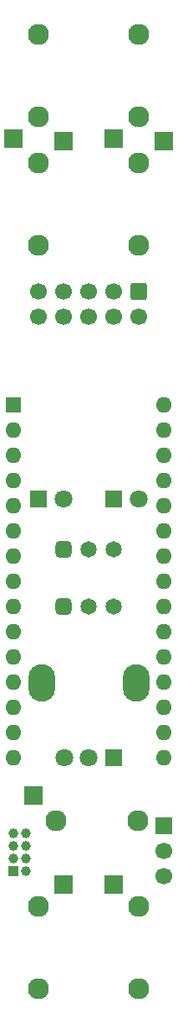
<source format=gbs>
G04 #@! TF.GenerationSoftware,KiCad,Pcbnew,9.0.7*
G04 #@! TF.CreationDate,2026-01-04T21:44:44+01:00*
G04 #@! TF.ProjectId,board_B,626f6172-645f-4422-9e6b-696361645f70,rev?*
G04 #@! TF.SameCoordinates,Original*
G04 #@! TF.FileFunction,Soldermask,Bot*
G04 #@! TF.FilePolarity,Negative*
%FSLAX46Y46*%
G04 Gerber Fmt 4.6, Leading zero omitted, Abs format (unit mm)*
G04 Created by KiCad (PCBNEW 9.0.7) date 2026-01-04 21:44:44*
%MOMM*%
%LPD*%
G01*
G04 APERTURE LIST*
G04 Aperture macros list*
%AMRoundRect*
0 Rectangle with rounded corners*
0 $1 Rounding radius*
0 $2 $3 $4 $5 $6 $7 $8 $9 X,Y pos of 4 corners*
0 Add a 4 corners polygon primitive as box body*
4,1,4,$2,$3,$4,$5,$6,$7,$8,$9,$2,$3,0*
0 Add four circle primitives for the rounded corners*
1,1,$1+$1,$2,$3*
1,1,$1+$1,$4,$5*
1,1,$1+$1,$6,$7*
1,1,$1+$1,$8,$9*
0 Add four rect primitives between the rounded corners*
20,1,$1+$1,$2,$3,$4,$5,0*
20,1,$1+$1,$4,$5,$6,$7,0*
20,1,$1+$1,$6,$7,$8,$9,0*
20,1,$1+$1,$8,$9,$2,$3,0*%
G04 Aperture macros list end*
%ADD10R,1.000000X1.000000*%
%ADD11C,1.000000*%
%ADD12RoundRect,0.250000X-0.600000X0.600000X-0.600000X-0.600000X0.600000X-0.600000X0.600000X0.600000X0*%
%ADD13C,1.700000*%
%ADD14R,1.700000X1.700000*%
%ADD15R,1.600000X1.600000*%
%ADD16O,1.600000X1.600000*%
%ADD17O,2.720000X3.786000*%
%ADD18R,1.800000X1.800000*%
%ADD19C,1.800000*%
%ADD20R,1.930000X1.830000*%
%ADD21C,2.130000*%
%ADD22RoundRect,0.412500X-0.412500X-0.412500X0.412500X-0.412500X0.412500X0.412500X-0.412500X0.412500X0*%
%ADD23C,1.650000*%
%ADD24R,1.830000X1.930000*%
G04 APERTURE END LIST*
D10*
G04 #@! TO.C,J9*
X142380000Y-136195000D03*
D11*
X143650000Y-136195000D03*
X142380000Y-134925000D03*
X143650000Y-134925000D03*
X142380000Y-133655000D03*
X143650000Y-133655000D03*
X142380000Y-132385000D03*
X143650000Y-132385000D03*
G04 #@! TD*
D12*
G04 #@! TO.C,J2*
X155080000Y-77775000D03*
D13*
X155080000Y-80315000D03*
X152540000Y-77775000D03*
X152540000Y-80315000D03*
X150000000Y-77775000D03*
X150000000Y-80315000D03*
X147460000Y-77775000D03*
X147460000Y-80315000D03*
X144920000Y-77775000D03*
X144920000Y-80315000D03*
G04 #@! TD*
D14*
G04 #@! TO.C,JP1*
X157620000Y-131623000D03*
D13*
X157620000Y-134163000D03*
X157620000Y-136703000D03*
G04 #@! TD*
D15*
G04 #@! TO.C,A1*
X142380000Y-89205000D03*
D16*
X142380000Y-91745000D03*
X142380000Y-94285000D03*
X142380000Y-96825000D03*
X142380000Y-99365000D03*
X142380000Y-101905000D03*
X142380000Y-104445000D03*
X142380000Y-106985000D03*
X142380000Y-109525000D03*
X142380000Y-112065000D03*
X142380000Y-114605000D03*
X142380000Y-117145000D03*
X142380000Y-119685000D03*
X142380000Y-122225000D03*
X142380000Y-124765000D03*
X157620000Y-124765000D03*
X157620000Y-122225000D03*
X157620000Y-119685000D03*
X157620000Y-117145000D03*
X157620000Y-114605000D03*
X157620000Y-112065000D03*
X157620000Y-109525000D03*
X157620000Y-106985000D03*
X157620000Y-104445000D03*
X157620000Y-101905000D03*
X157620000Y-99365000D03*
X157620000Y-96825000D03*
X157620000Y-94285000D03*
X157620000Y-91745000D03*
X157620000Y-89205000D03*
G04 #@! TD*
D17*
G04 #@! TO.C,RV5*
X145200000Y-117275000D03*
X154800000Y-117275000D03*
D18*
X152500000Y-124775000D03*
D19*
X150000000Y-124775000D03*
X147500000Y-124775000D03*
G04 #@! TD*
D20*
G04 #@! TO.C,J4*
X147460000Y-62662000D03*
D21*
X144920000Y-73170000D03*
X144920000Y-64870000D03*
G04 #@! TD*
D22*
G04 #@! TO.C,RV1*
X147460000Y-109525000D03*
D23*
X150000000Y-109525000D03*
X152540000Y-109525000D03*
G04 #@! TD*
D20*
G04 #@! TO.C,J5*
X157620000Y-62662000D03*
D21*
X155080000Y-73170000D03*
X155080000Y-64870000D03*
G04 #@! TD*
D24*
G04 #@! TO.C,J8*
X144412000Y-128575000D03*
D21*
X154920000Y-131115000D03*
X146620000Y-131115000D03*
G04 #@! TD*
D20*
G04 #@! TO.C,J3*
X152540000Y-137592000D03*
D21*
X155080000Y-148100000D03*
X155080000Y-139800000D03*
G04 #@! TD*
D20*
G04 #@! TO.C,J6*
X147460000Y-137592000D03*
D21*
X144920000Y-148100000D03*
X144920000Y-139800000D03*
G04 #@! TD*
G04 #@! TO.C,J7*
X144920000Y-60200000D03*
D20*
X142380000Y-62408000D03*
D21*
X144920000Y-51900000D03*
G04 #@! TD*
D18*
G04 #@! TO.C,D6*
X152540000Y-98730000D03*
D19*
X155080000Y-98730000D03*
G04 #@! TD*
D18*
G04 #@! TO.C,D5*
X144920000Y-98730000D03*
D19*
X147460000Y-98730000D03*
G04 #@! TD*
D21*
G04 #@! TO.C,J1*
X155080000Y-60200000D03*
D20*
X152540000Y-62408000D03*
D21*
X155080000Y-51900000D03*
G04 #@! TD*
D22*
G04 #@! TO.C,RV2*
X147460000Y-103810000D03*
D23*
X150000000Y-103810000D03*
X152540000Y-103810000D03*
G04 #@! TD*
M02*

</source>
